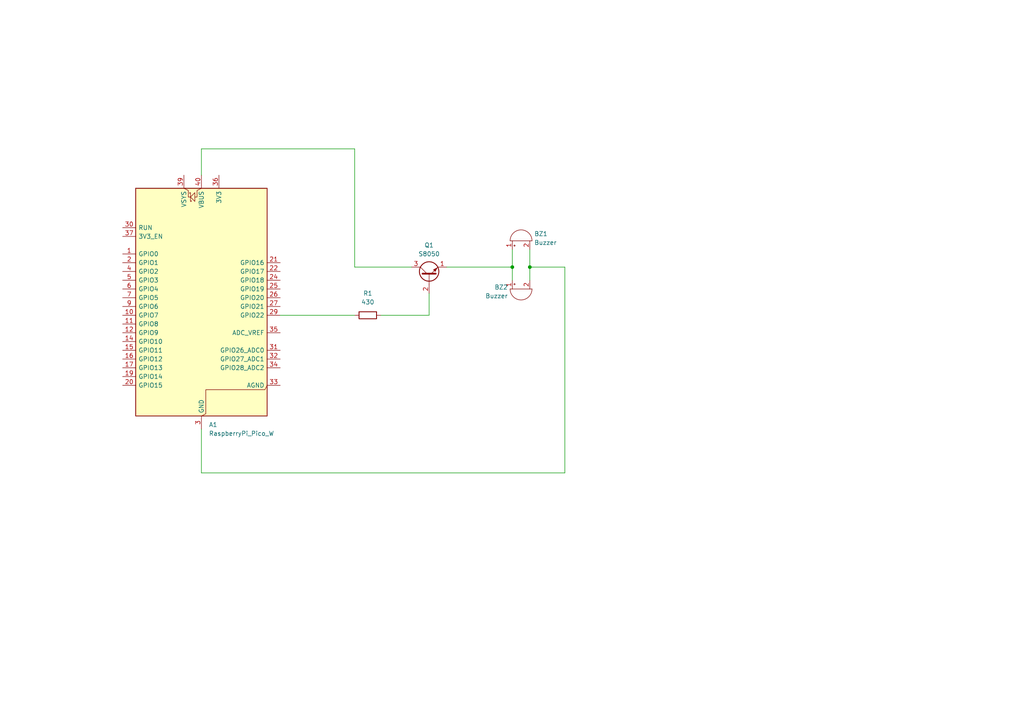
<source format=kicad_sch>
(kicad_sch (version 20250114) (generator "eeschema") (generator_version "9.0")
  (paper "A4")
  (lib_symbols
    (symbol "Device:Buzzer" (pin_names (offset 0.0254) (hide yes))
      (property "Reference" "BZ" (at 3.81 1.27 0))
      (property "Value" "Buzzer" (at 3.81 -1.27 0))
      (symbol "Buzzer_0_1"
        (polyline (pts (xy -1.651 1.905) (xy -1.143 1.905)))
        (polyline (pts (xy -1.397 2.159) (xy -1.397 1.651)))
        (arc (start 0 3.175) (mid 3.1612 0) (end 0 -3.175))
        (polyline (pts (xy 0 3.175) (xy 0 -3.175)))
      )
      (symbol "Buzzer_1_1"
        (pin passive line (at -2.54 2.54 0) (length 2.54) (name "+") (number "1"))
        (pin passive line (at -2.54 -2.54 0) (length 2.54) (name "-") (number "2"))
      )
    )
    (symbol "Device:R" (pin_numbers (hide yes)) (pin_names (offset 0))
      (property "Reference" "R" (at 2.032 0 90))
      (property "Value" "R" (at 0 0 90))
      (symbol "R_0_1"
        (rectangle (start -1.016 -2.54) (end 1.016 2.54) (stroke (width 0.254)))
      )
      (symbol "R_1_1"
        (pin passive line (at 0 3.81 270) (length 1.27) (name "~") (number "1"))
        (pin passive line (at 0 -3.81 90) (length 1.27) (name "~") (number "2"))
      )
    )
    (symbol "MCU_Module:RaspberryPi_Pico_W" (pin_names (offset 0.762))
      (property "Reference" "A" (at -19.05 35.56 0))
      (property "Value" "RaspberryPi_Pico_W" (at 7.62 35.56 0))
      (symbol "RaspberryPi_Pico_W_0_1"
        (rectangle (start -19.05 34.29) (end 19.05 -31.75) (stroke (width 0.254)) (fill (type background)))
        (polyline (pts (xy -5.08 34.29) (xy -3.81 33.655) (xy -3.81 31.75) (xy -3.175 31.75)))
        (polyline (pts (xy -3.429 32.766) (xy -3.429 33.02) (xy -3.175 33.02) (xy -3.175 30.48) (xy -2.921 30.48) (xy -2.921 30.734)))
        (polyline (pts (xy -3.175 31.75) (xy -1.905 33.02) (xy -1.905 30.48) (xy -3.175 31.75)))
        (polyline (pts (xy 0 34.29) (xy -1.27 33.655) (xy -1.27 31.75) (xy -1.905 31.75)))
        (polyline (pts (xy 0 -31.75) (xy 1.27 -31.115) (xy 1.27 -24.13) (xy 18.415 -24.13) (xy 19.05 -22.86)))
      )
      (symbol "RaspberryPi_Pico_W_1_1"
        (pin passive line (at -22.86 22.86 0) (length 3.81) (name "RUN") (number "30"))
        (pin passive line (at -22.86 20.32 0) (length 3.81) (name "3V3_EN") (number "37"))
        (pin bidirectional line (at -22.86 15.24 0) (length 3.81) (name "GPIO0") (number "1"))
        (pin bidirectional line (at -22.86 12.7 0) (length 3.81) (name "GPIO1") (number "2"))
        (pin bidirectional line (at -22.86 10.16 0) (length 3.81) (name "GPIO2") (number "4"))
        (pin bidirectional line (at -22.86 7.62 0) (length 3.81) (name "GPIO3") (number "5"))
        (pin bidirectional line (at -22.86 5.08 0) (length 3.81) (name "GPIO4") (number "6"))
        (pin bidirectional line (at -22.86 2.54 0) (length 3.81) (name "GPIO5") (number "7"))
        (pin bidirectional line (at -22.86 0 0) (length 3.81) (name "GPIO6") (number "9"))
        (pin bidirectional line (at -22.86 -2.54 0) (length 3.81) (name "GPIO7") (number "10"))
        (pin bidirectional line (at -22.86 -5.08 0) (length 3.81) (name "GPIO8") (number "11"))
        (pin bidirectional line (at -22.86 -7.62 0) (length 3.81) (name "GPIO9") (number "12"))
        (pin bidirectional line (at -22.86 -10.16 0) (length 3.81) (name "GPIO10") (number "14"))
        (pin bidirectional line (at -22.86 -12.7 0) (length 3.81) (name "GPIO11") (number "15"))
        (pin bidirectional line (at -22.86 -15.24 0) (length 3.81) (name "GPIO12") (number "16"))
        (pin bidirectional line (at -22.86 -17.78 0) (length 3.81) (name "GPIO13") (number "17"))
        (pin bidirectional line (at -22.86 -20.32 0) (length 3.81) (name "GPIO14") (number "19"))
        (pin bidirectional line (at -22.86 -22.86 0) (length 3.81) (name "GPIO15") (number "20"))
        (pin power_in line (at -5.08 38.1 270) (length 3.81) (name "VSYS") (number "39"))
        (pin power_out line (at 0 38.1 270) (length 3.81) (name "VBUS") (number "40"))
        (pin passive line (at 0 -35.56 90) (length 3.81) (hide yes) (name "GND") (number "13"))
        (pin passive line (at 0 -35.56 90) (length 3.81) (hide yes) (name "GND") (number "18"))
        (pin passive line (at 0 -35.56 90) (length 3.81) (hide yes) (name "GND") (number "23"))
        (pin passive line (at 0 -35.56 90) (length 3.81) (hide yes) (name "GND") (number "28"))
        (pin power_out line (at 0 -35.56 90) (length 3.81) (name "GND") (number "3"))
        (pin passive line (at 0 -35.56 90) (length 3.81) (hide yes) (name "GND") (number "38"))
        (pin passive line (at 0 -35.56 90) (length 3.81) (hide yes) (name "GND") (number "8"))
        (pin power_out line (at 5.08 38.1 270) (length 3.81) (name "3V3") (number "36"))
        (pin bidirectional line (at 22.86 12.7 180) (length 3.81) (name "GPIO16") (number "21"))
        (pin bidirectional line (at 22.86 10.16 180) (length 3.81) (name "GPIO17") (number "22"))
        (pin bidirectional line (at 22.86 7.62 180) (length 3.81) (name "GPIO18") (number "24"))
        (pin bidirectional line (at 22.86 5.08 180) (length 3.81) (name "GPIO19") (number "25"))
        (pin bidirectional line (at 22.86 2.54 180) (length 3.81) (name "GPIO20") (number "26"))
        (pin bidirectional line (at 22.86 0 180) (length 3.81) (name "GPIO21") (number "27"))
        (pin bidirectional line (at 22.86 -2.54 180) (length 3.81) (name "GPIO22") (number "29"))
        (pin power_in line (at 22.86 -7.62 180) (length 3.81) (name "ADC_VREF") (number "35"))
        (pin bidirectional line (at 22.86 -12.7 180) (length 3.81) (name "GPIO26_ADC0") (number "31"))
        (pin bidirectional line (at 22.86 -15.24 180) (length 3.81) (name "GPIO27_ADC1") (number "32"))
        (pin bidirectional line (at 22.86 -17.78 180) (length 3.81) (name "GPIO28_ADC2") (number "34"))
        (pin power_out line (at 22.86 -22.86 180) (length 3.81) (name "AGND") (number "33"))
      )
    )
    (symbol "Transistor_BJT:S8050" (pin_names (offset 0) (hide yes))
      (property "Reference" "Q" (at 5.08 1.905 0))
      (property "Value" "S8050" (at 5.08 0 0))
      (symbol "S8050_0_1"
        (polyline (pts (xy -2.54 0) (xy 0.635 0)))
        (polyline (pts (xy 0.635 1.905) (xy 0.635 -1.905)) (stroke (width 0.508)))
        (circle (center 1.27 0) (radius 2.8194) (stroke (width 0.254)))
      )
      (symbol "S8050_1_1"
        (polyline (pts (xy 0.635 0.635) (xy 2.54 2.54)))
        (polyline (pts (xy 0.635 -0.635) (xy 2.54 -2.54)))
        (polyline (pts (xy 1.27 -1.778) (xy 1.778 -1.27) (xy 2.286 -2.286) (xy 1.27 -1.778)) (fill (type outline)))
        (pin input line (at -5.08 0 0) (length 2.54) (name "B") (number "2"))
        (pin passive line (at 2.54 5.08 270) (length 2.54) (name "C") (number "3"))
        (pin passive line (at 2.54 -5.08 90) (length 2.54) (name "E") (number "1"))
      )
    )
  )
  (junction (at 153.67 77.47))
  (junction (at 148.59 77.47))
  (wire (pts (xy 124.46 91.44) (xy 110.49 91.44)))
  (wire (pts (xy 58.42 43.18) (xy 58.42 50.8)))
  (wire (pts (xy 153.67 72.39) (xy 153.67 77.47)))
  (wire (pts (xy 129.54 77.47) (xy 148.59 77.47)))
  (wire (pts (xy 58.42 137.16) (xy 58.42 124.46)))
  (wire (pts (xy 58.42 137.16) (xy 163.83 137.16)))
  (wire (pts (xy 119.38 77.47) (xy 102.87 77.47)))
  (wire (pts (xy 102.87 43.18) (xy 58.42 43.18)))
  (wire (pts (xy 148.59 72.39) (xy 148.59 77.47)))
  (wire (pts (xy 148.59 77.47) (xy 148.59 81.28)))
  (wire (pts (xy 102.87 77.47) (xy 102.87 43.18)))
  (wire (pts (xy 124.46 91.44) (xy 124.46 85.09)))
  (wire (pts (xy 163.83 137.16) (xy 163.83 77.47)))
  (wire (pts (xy 163.83 77.47) (xy 153.67 77.47)))
  (wire (pts (xy 81.28 91.44) (xy 102.87 91.44)))
  (wire (pts (xy 153.67 77.47) (xy 153.67 81.28)))
  (symbol (lib_id "Device:R") (at 106.68 91.44 270) (unit 1)
    (property "Reference" "R1" (at 106.68 85.09 90))
    (property "Value" "430" (at 106.68 87.63 90))
    (property "Description" "Resistor" (effects (hide yes)))
  )
  (symbol (lib_id "MCU_Module:RaspberryPi_Pico_W") (at 58.42 88.9 0) (unit 1)
    (property "Reference" "A1" (at 60.5633 123.19 0) (effects (justify left)))
    (property "Value" "RaspberryPi_Pico_W" (at 60.5633 125.73 0) (effects (justify left)))
    (property "Footprint" "Module:RaspberryPi_Pico_W_SMD_HandSolder" (effects (hide yes)))
    (property "Datasheet" "https://datasheets.raspberrypi.com/picow/pico-w-datasheet.pdf" (effects (hide yes)))
    (property "Description" "Versatile and inexpensive wireless microcontroller module powered by RP2040 dual-core Arm Cortex-M0+ processor up to 133 MHz, 264kB SRAM, 2MB QSPI flash, Infineon CYW43439 2.4GHz 802.11n wireless LAN; also supports Raspberry Pi Pico 2 W" (effects (hide yes)))
  )
  (symbol (lib_id "Transistor_BJT:S8050") (at 124.46 80.01 90) (unit 1)
    (property "Reference" "Q1" (at 124.46 71.12 90))
    (property "Value" "S8050" (at 124.46 73.66 90))
    (property "Footprint" "Package_TO_SOT_THT:TO-92_Inline" (effects (hide yes)))
    (property "Datasheet" "http://www.unisonic.com.tw/datasheet/S8050.pdf" (effects (hide yes)))
    (property "Description" "0.7A Ic, 20V Vce, Low Voltage High Current NPN Transistor, TO-92" (effects (hide yes)))
  )
  (symbol (lib_id "Device:Buzzer") (at 151.13 69.85 90) (unit 1)
    (property "Reference" "BZ1" (at 154.94 67.8248 90) (effects (justify right)))
    (property "Value" "Buzzer" (at 154.94 70.3648 90) (effects (justify right)))
    (property "Description" "Buzzer, polarized" (effects (hide yes)))
  )
  (symbol (lib_id "Device:Buzzer") (at 151.13 83.82 90) (mirror x) (unit 1)
    (property "Reference" "BZ2" (at 147.32 83.305 90) (effects (justify left)))
    (property "Value" "Buzzer" (at 147.32 85.845 90) (effects (justify left)))
    (property "Description" "Buzzer, polarized" (effects (hide yes)))
  )
)
</source>
